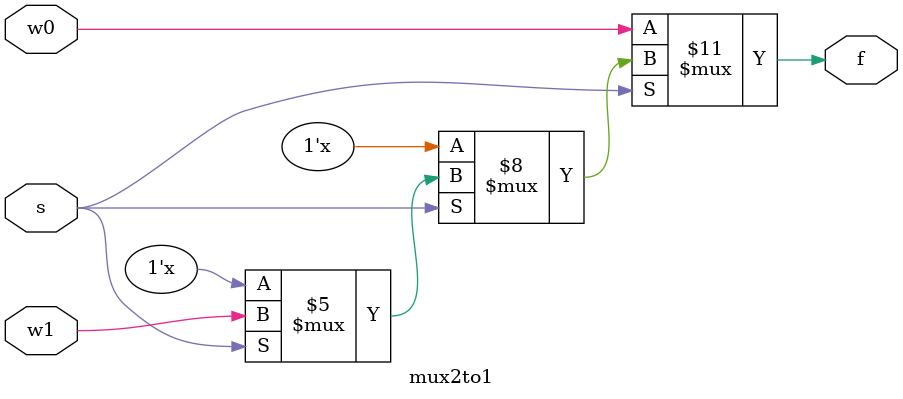
<source format=v>
module hierachialmux4to1(hw ,s, hf);
   input [3:0]hw;
input  [1:0]s;
   output hf;
   wire [1:0]k;
   mux2to1 stage0(hw[0], hw[1], s[0], k[0]);
   mux2to1 stage1(hw[2], hw[3], s[0], k[1]);
   mux2to1 stage2(k[0], k[1], s[1], hf);	
endmodule

module mux2to1 (w0, w1, s, f);
  input w0, w1, s;
  output f;
  reg f;
  always @(w0 or w1 or s)
    begin
     if(s==0)
  	 begin
 		f=w0;
     end
     else if(s==1)
	 begin
		f=w1;
 	 end
    end
endmodule


</source>
